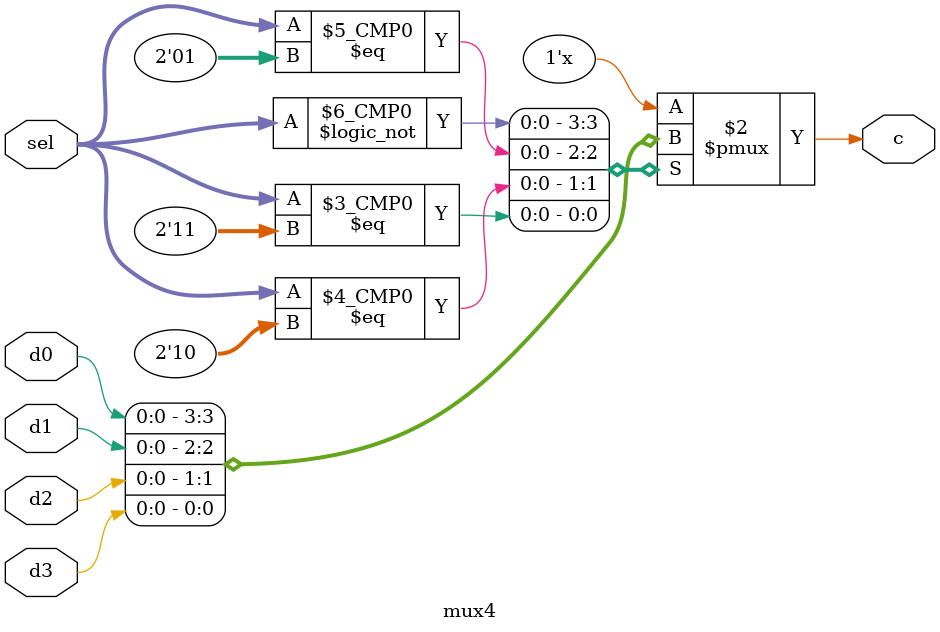
<source format=v>
`timescale 1ns / 1ps


module mux4(input [1:0] sel,input d0,input d1,input d2,input d3,output reg c );


always @(*)
begin 
    case (sel)
        2'b00: c<=d0;
        2'b01: c<=d1;
        2'b10: c<=d2;
        2'b11: c<=d3;
endcase
end

endmodule

</source>
